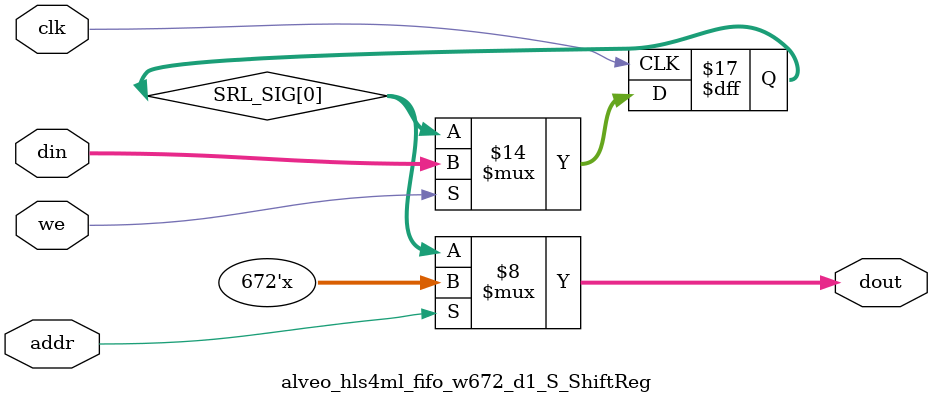
<source format=v>

`timescale 1 ns / 1 ps

module alveo_hls4ml_fifo_w672_d1_S
#(parameter
    MEM_STYLE   = "shiftReg",
    DATA_WIDTH  = 672,
    ADDR_WIDTH  = 1,
    DEPTH       = 1)
(
    // system signal
    input  wire                  clk,
    input  wire                  reset,

    // write
    output wire                  if_full_n,
    input  wire                  if_write_ce,
    input  wire                  if_write,
    input  wire [DATA_WIDTH-1:0] if_din,
    
    // read 
    output wire [ADDR_WIDTH:0]   if_num_data_valid, // for FRP
    output wire [ADDR_WIDTH:0]   if_fifo_cap,       // for FRP
    output wire                  if_empty_n,
    input  wire                  if_read_ce,
    input  wire                  if_read,
    output wire [DATA_WIDTH-1:0] if_dout
);
//------------------------Parameter----------------------

//------------------------Local signal-------------------
wire [ADDR_WIDTH-1:0] addr;
wire                  push;
wire                  pop;
reg signed [ADDR_WIDTH:0]   mOutPtr;
reg                   empty_n = 1'b0;
reg                   full_n  = 1'b1;
// with almost full?  no 
//------------------------Instantiation------------------
alveo_hls4ml_fifo_w672_d1_S_ShiftReg 
#(  .DATA_WIDTH (DATA_WIDTH),
    .ADDR_WIDTH (ADDR_WIDTH),
    .DEPTH      (DEPTH))
U_alveo_hls4ml_fifo_w672_d1_S_ShiftReg (
    .clk        (clk),
    .we         (push),
    .addr       (addr),
    .din        (if_din),
    .dout       (if_dout)
);
//------------------------Task and function--------------

//------------------------Body---------------------------
// has num_data_valid ? 
assign if_num_data_valid = mOutPtr + 1'b1; // yes
assign if_fifo_cap = DEPTH; // yes 

// has almost full ? 
assign if_full_n  = full_n; //no 
assign if_empty_n = empty_n;

assign push = (if_write & if_write_ce) & full_n;
assign pop  = (if_read & if_read_ce) & empty_n;
assign addr = mOutPtr[ADDR_WIDTH] == 1'b0 ? mOutPtr[ADDR_WIDTH-1:0]:{ADDR_WIDTH{1'b0}};

// full_n
always @(posedge clk ) begin
    if (reset == 1'b1)
        full_n <= 1'b1;
    else if (push & ~pop) begin
        if (mOutPtr == DEPTH - 2)
            full_n <= 1'b0;
    end
    else if (~push & pop)
        full_n <= 1'b1;
end

// almost_full_n 

// empty_n
always @(posedge clk ) begin
    if (reset == 1'b1)
        empty_n <= 1'b0;
    else if (push & ~pop)
        empty_n <= 1'b1;
    else if (~push & pop) begin
        if (mOutPtr == 0)
            empty_n <= 1'b0;
    end
end

// mOutPtr
always @(posedge clk ) begin
    if (reset == 1'b1)
        mOutPtr <= {ADDR_WIDTH+1{1'b1}};
    else if (push & ~pop)
        mOutPtr <= mOutPtr + 1'b1;
    else if (~push & pop)
        mOutPtr <= mOutPtr - 1'b1;
end

endmodule  


module alveo_hls4ml_fifo_w672_d1_S_ShiftReg
#(parameter
    DATA_WIDTH  = 672,
    ADDR_WIDTH  = 1,
    DEPTH       = 1)
(
    input  wire                  clk,
    input  wire                  we,
    input  wire [ADDR_WIDTH-1:0] addr,
    input  wire [DATA_WIDTH-1:0] din,
    output wire [DATA_WIDTH-1:0] dout
);

reg [DATA_WIDTH-1:0] SRL_SIG [0:DEPTH-1];
integer i;

always @ (posedge clk) begin
    if (we) begin
        for (i=0; i<DEPTH-1; i=i+1)
            SRL_SIG[i+1] <= SRL_SIG[i];
        SRL_SIG[0] <= din;
    end
end

assign dout = SRL_SIG[addr];

endmodule

</source>
